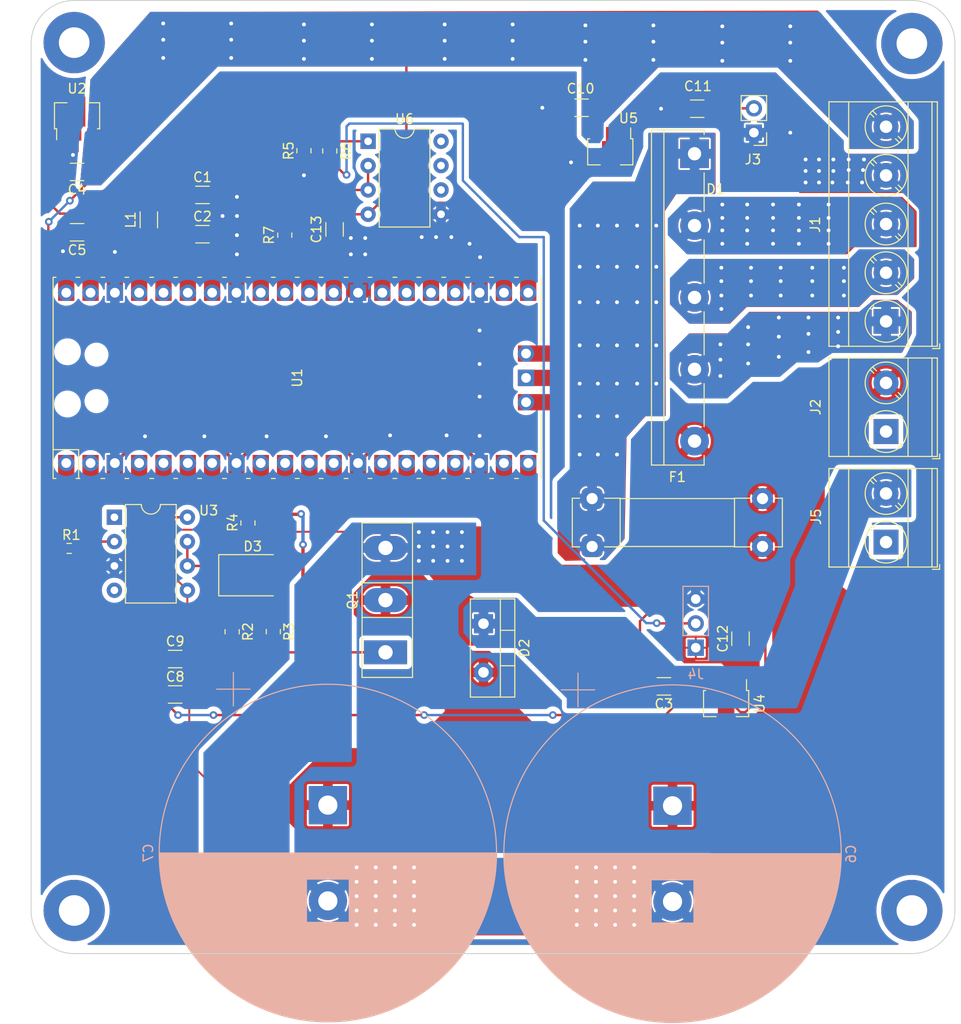
<source format=kicad_pcb>
(kicad_pcb (version 20211014) (generator pcbnew)
  (layers (0 "F.Cu" signal) (31 "B.Cu" signal) (34 "B.Paste" user) (35 "F.Paste" user) (36 "B.SilkS" user "B.Silkscreen") (37 "F.SilkS" user "F.Silkscreen") (38 "B.Mask" user) (39 "F.Mask" user) (44 "Edge.Cuts" user))
  (net 0 "")
  (net 1 "+3.3VA")
  (net 2 "GND")
  (net 3 "VCC")
  (net 4 "+3.3V")
  (net 5 "A+")
  (net 6 "REC_-")
  (net 7 "+12V")
  (net 8 "+5V")
  (net 9 "AC_c")
  (net 10 "AC_b")
  (net 11 "AC_a")
  (net 12 "A-")
  (net 13 "Net-(D3-Pad1)")
  (net 14 "Net-(D3-Pad2)")
  (net 15 "CSENSE")
  (net 16 "GATE")
  (net 17 "PWM")
  (net 18 "Net-(R1-Pad2)")
  (net 19 "Net-(R5-Pad2)")
  (net 20 "Net-(R7-Pad1)")
  (net 21 "C_ADC")
  (net 54 "C")
  (net 56 "REC_+")
  (footprint "Capacitor_SMD:C_1206_3216Metric" (layer "F.Cu") (at 120.05 111.45)
    (fp_text reference "C8")
    (fp_text value "0.01uF" hide)
  )
  (footprint "MountingHole:MountingHole_3.2mm_M3_Pad" (layer "F.Cu") (at 197 134)
    (fp_text reference "H3" hide)
    (fp_text value "MountingHole" hide)
  )
  (footprint "Capacitor_SMD:C_1206_3216Metric" (layer "F.Cu") (at 109.8 56.9 180)
    (fp_text reference "C4")
    (fp_text value "0.33uF")
  )
  (footprint "Resistor_SMD:R_0805_2012Metric" (layer "F.Cu") (at 127.65 93.55 -90)
    (fp_text reference "R4")
    (fp_text value "22R" hide)
  )
  (footprint "MountingHole:MountingHole_3.2mm_M3_Pad" (layer "F.Cu") (at 197 43.5)
    (fp_text reference "H2" hide)
    (fp_text value "MountingHole")
  )
  (footprint "Resistor_SMD:R_0805_2012Metric" (layer "F.Cu") (at 133.5 54.6875 -90)
    (fp_text reference "R6")
    (fp_text value "39kR")
  )
  (footprint "MCU_RaspberryPi_and_Boards:RPi_Pico_SMD_TH" (layer "F.Cu") (at 132.8 78.4 90)
    (fp_text reference "U1")
    (fp_text value "Pico")
  )
  (footprint "Capacitor_SMD:C_1206_3216Metric" (layer "F.Cu") (at 162.5 50.2 180)
    (fp_text reference "C10")
    (fp_text value "0.33uF")
  )
  (footprint "Capacitor_SMD:C_1206_3216Metric" (layer "F.Cu") (at 179.1 105.625 90)
    (fp_text reference "C12")
    (fp_text value "0.1uF" hide)
  )
  (footprint "Package_TO_SOT_THT:TO-247-3_Vertical" (layer "F.Cu") (at 142.02 107.05 90)
    (fp_text reference "Q1")
    (fp_text value "IRG4PF50W")
  )
  (footprint "Fuse:Fuseholder_Clip-5x20mm_Bel_FC-203-22_Lateral_P17.80x5.00mm_D1.17mm_Horizontal" (layer "F.Cu") (at 163.6 91)
    (fp_text reference "F1")
    (fp_text value "Fuse")
  )
  (footprint "Resistor_SMD:R_0805_2012Metric" (layer "F.Cu") (at 136.2 54.7125 90)
    (fp_text reference "R5")
    (fp_text value "22kR")
  )
  (footprint "Package_TO_SOT_SMD:SOT-89-3" (layer "F.Cu") (at 109.8 51.3375 90)
    (fp_text reference "U2")
    (fp_text value "L78L33_SOT89")
  )
  (footprint "Package_DIP:DIP-8_W7.62mm" (layer "F.Cu") (at 140.2 53.7)
    (fp_text reference "U6")
    (fp_text value "LM358")
  )
  (footprint "TerminalBlock_Phoenix:TerminalBlock_Phoenix_MKDS-3-2-5.08_1x02_P5.08mm_Horizontal" (layer "F.Cu") (at 194.3 95.545 90)
    (fp_text reference "J5")
    (fp_text value "Screw_Terminal_01x02")
  )
  (footprint "TerminalBlock_Phoenix:TerminalBlock_Phoenix_MKDS-3-2-5.08_1x02_P5.08mm_Horizontal" (layer "F.Cu") (at 194.3 84 90)
    (fp_text reference "J2")
    (fp_text value "Screw_Terminal_01x02")
  )
  (footprint "Capacitor_SMD:C_1206_3216Metric" (layer "F.Cu") (at 136.7 62.9 -90)
    (fp_text reference "C13")
    (fp_text value "0.01uF")
  )
  (footprint "Package_TO_SOT_THT:TO-220-2_Vertical" (layer "F.Cu") (at 152.255 104.06 -90)
    (fp_text reference "D2")
    (fp_text value "DIODE")
  )
  (footprint "TerminalBlock_Phoenix:TerminalBlock_Phoenix_MKDS-3-5-5.08_1x05_P5.08mm_Horizontal" (layer "F.Cu") (at 194.3 72.5 90)
    (fp_text reference "J1")
    (fp_text value "Screw_Terminal_01x05")
  )
  (footprint "Capacitor_SMD:C_1206_3216Metric" (layer "F.Cu") (at 174.575 50.3 180)
    (fp_text reference "C11")
    (fp_text value "0.1uF")
  )
  (footprint "Diode_SMD:D_SMB" (layer "F.Cu") (at 128.15 99)
    (fp_text reference "D3")
    (fp_text value "1N4148")
  )
  (footprint "MountingHole:MountingHole_3.2mm_M3_Pad" (layer "F.Cu") (at 109.5 43.4)
    (fp_text reference "H1" hide)
    (fp_text value "MountingHole")
  )
  (footprint "Diode_THT:Diode_Bridge_IXYS_GUFP" (layer "F.Cu") (at 174.3 55)
    (fp_text reference "D1")
    (fp_text value "GUO40-12NO1")
  )
  (footprint "Capacitor_SMD:C_1206_3216Metric" (layer "F.Cu") (at 122.9 59.3)
    (fp_text reference "C1")
    (fp_text value "1uF")
  )
  (footprint "Package_TO_SOT_SMD:SOT-89-3" (layer "F.Cu") (at 165.5 54.5 -90)
    (fp_text reference "U5")
    (fp_text value "L78L12_SOT89")
  )
  (footprint "Resistor_SMD:R_0805_2012Metric" (layer "F.Cu") (at 130.3 104.8875 -90)
    (fp_text reference "R3")
    (fp_text value "220R" hide)
  )
  (footprint "Capacitor_SMD:C_1206_3216Metric" (layer "F.Cu") (at 122.9 63.4)
    (fp_text reference "C2")
    (fp_text value "0.1uF")
  )
  (footprint "Capacitor_SMD:C_1206_3216Metric" (layer "F.Cu") (at 109.8 63.2 180)
    (fp_text reference "C5")
    (fp_text value "0.1uF")
  )
  (footprint "Inductor_SMD:L_1206_3216Metric" (layer "F.Cu") (at 117.3 61.9 90)
    (fp_text reference "L1")
    (fp_text value "27n")
  )
  (footprint "Resistor_SMD:R_0805_2012Metric" (layer "F.Cu") (at 131.5 63.5 90)
    (fp_text reference "R7")
    (fp_text value "440")
  )
  (footprint "Capacitor_SMD:C_1206_3216Metric" (layer "F.Cu") (at 171.1 110.6 180)
    (fp_text reference "C3")
    (fp_text value "0.33uF" hide)
  )
  (footprint "Package_DIP:DIP-8_W7.62mm" (layer "F.Cu") (at 113.7 92.95)
    (fp_text reference "U3")
    (fp_text value "HCPL-3120")
  )
  (footprint "Package_TO_SOT_SMD:SOT-89-3" (layer "F.Cu") (at 177.6 112.1 -90)
    (fp_text reference "U4")
    (fp_text value "L78L05_SOT89")
  )
  (footprint "Resistor_SMD:R_0805_2012Metric" (layer "F.Cu") (at 126 104.9 -90)
    (fp_text reference "R2")
    (fp_text value "220R" hide)
  )
  (footprint "Capacitor_SMD:C_1206_3216Metric" (layer "F.Cu") (at 120.05 107.75)
    (fp_text reference "C9")
    (fp_text value "0.1uF" hide)
  )
  (footprint "Resistor_SMD:R_0603_1608Metric" (layer "F.Cu") (at 108.975 96.2)
    (fp_text reference "R1")
    (fp_text value "220" hide)
  )
  (footprint "Connector_PinHeader_2.54mm:PinHeader_1x02_P2.54mm_Vertical" (layer "F.Cu") (at 180.5 52.8 180)
    (fp_text reference "J3")
    (fp_text value "Conn_01x02_Female")
  )
  (footprint "MountingHole:MountingHole_3.2mm_M3_Pad" (layer "F.Cu") (at 109.5 134)
    (fp_text reference "H4" hide)
    (fp_text value "MountingHole" hide)
  )
  (footprint "Capacitor_THT:CP_Radial_D35.0mm_P10.00mm_SnapIn" (layer "B.Cu") (at 172 123.069501 -90)
    (fp_text reference "C6")
    (fp_text value "470u")
  )
  (footprint "Connector_PinSocket_2.54mm:PinSocket_1x03_P2.54mm_Vertical" (layer "B.Cu") (at 174.425 106.57)
    (fp_text reference "J4")
    (fp_text value "Conn_01x03_Female" hide)
  )
  (footprint "Capacitor_THT:CP_Radial_D35.0mm_P10.00mm_SnapIn" (layer "B.Cu") (at 136 123 -90)
    (fp_text reference "C7")
    (fp_text value "470u")
  )
  (gr_line (start 197 39) (end 109.5 39) (layer "Edge.Cuts") (width 0.1))
  (gr_line (start 105 43.5) (end 105 134) (layer "Edge.Cuts") (width 0.1))
  (gr_arc (start 105 43.5) (mid 106.318019 40.318019) (end 109.5 39) (layer "Edge.Cuts") (width 0.1))
  (gr_line (start 109.5 138.5) (end 197 138.5) (layer "Edge.Cuts") (width 0.1))
  (gr_line (start 201.5 134) (end 201.5 43.5) (layer "Edge.Cuts") (width 0.1))
  (gr_arc (start 197 39) (mid 200.181981 40.318019) (end 201.5 43.5) (layer "Edge.Cuts") (width 0.1))
  (gr_arc (start 109.5 138.5) (mid 106.318019 137.181981) (end 105 134) (layer "Edge.Cuts") (width 0.1))
  (gr_arc (start 201.5 134) (mid 200.181981 137.181981) (end 197 138.5) (layer "Edge.Cuts") (width 0.1))
  (segment (start 121.425 63.4) (end 121.425 69.455) (width 0.25) (layer "F.Cu") (net 1))
  (segment (start 121.425 59.3) (end 121.425 63.4) (width 0.25) (layer "F.Cu") (net 1))
  (segment (start 121.35 63.475) (end 121.425 63.4) (width 0.25) (layer "F.Cu") (net 1))
  (segment (start 117.3 63.475) (end 121.35 63.475) (width 0.25) (layer "F.Cu") (net 1))
  (segment (start 121.425 69.455) (end 121.37 69.51) (width 0.25) (layer "F.Cu") (net 1))
  (segment (start 139.15 87.29) (end 142.04 84.4) (width 0.35) (layer "F.Cu") (net 2))
  (segment (start 179.1 113.3) (end 179.6 113.3) (width 0.25) (layer "F.Cu") (net 2))
  (segment (start 165.5 52.9375) (end 165.5 55.8) (width 0.35) (layer "F.Cu") (net 2))
  (segment (start 108.325 63.2) (end 108.325 65.175) (width 0.35) (layer "F.Cu") (net 2))
  (segment (start 136.36 84.5) (end 139.15 87.29) (width 0.35) (layer "F.Cu") (net 2))
  (segment (start 151.85 84.45) (end 151.85 80.35) (width 0.35) (layer "F.Cu") (net 2))
  (segment (start 129.6 84.5) (end 135.8 84.5) (width 0.35) (layer "F.Cu") (net 2))
  (segment (start 179.1 104.15) (end 176.44 101.49) (width 0.25) (layer "F.Cu") (net 2))
  (segment (start 168.6 103.8) (end 170.91 101.49) (width 0.25) (layer "F.Cu") (net 2))
  (segment (start 165.5 55.8) (end 165.4 55.9) (width 0.35) (layer "F.Cu") (net 2))
  (segment (start 181.7 104.9) (end 180.95 104.15) (width 0.25) (layer "F.Cu") (net 2))
  (segment (start 116.54 84.5) (end 116.9 84.5) (width 0.35) (layer "F.Cu") (net 2))
  (segment (start 168.6 109.575) (end 168.6 103.8) (width 0.25) (layer "F.Cu") (net 2))
  (segment (start 177.6 110.5375) (end 177.6 111.8) (width 0.25) (layer "F.Cu") (net 2))
  (segment (start 128.75 57.25) (end 126.5 59.5) (width 0.35) (layer "F.Cu") (net 2))
  (segment (start 116.9 84.5) (end 123.1 84.5) (width 0.35) (layer "F.Cu") (net 2))
  (segment (start 180.95 104.15) (end 179.1 104.15) (width 0.25) (layer "F.Cu") (net 2))
  (segment (start 126.45 87.29) (end 129.24 84.5) (width 0.35) (layer "F.Cu") (net 2))
  (segment (start 177.6 111.8) (end 179.1 113.3) (width 0.25) (layer "F.Cu") (net 2))
  (segment (start 109.375 55.125) (end 109.8 54.7) (width 0.35) (layer "F.Cu") (net 2))
  (segment (start 108.325 56.175) (end 109.375 55.125) (width 0.35) (layer "F.Cu") (net 2))
  (segment (start 151.85 76.95) (end 151.85 73.45) (width 0.35) (layer "F.Cu") (net 2))
  (segment (start 148.4 84.4) (end 148.96 84.4) (width 0.35) (layer "F.Cu") (net 2))
  (segment (start 135.8 84.5) (end 136.36 84.5) (width 0.35) (layer "F.Cu") (net 2))
  (segment (start 123.1 84.5) (end 123.66 84.5) (width 0.35) (layer "F.Cu") (net 2))
  (segment (start 142.04 84.4) (end 142.5 84.4) (width 0.35) (layer "F.Cu") (net 2))
  (segment (start 151.85 80.35) (end 151.85 76.95) (width 0.35) (layer "F.Cu") (net 2))
  (segment (start 176.44 101.49) (end 174.425 101.49) (width 0.25) (layer "F.Cu") (net 2))
  (segment (start 180.5 52.8) (end 184.3 52.8) (width 0.35) (layer "F.Cu") (net 2))
  (segment (start 113.75 69.51) (end 113.75 65.25) (width 0.35) (layer "F.Cu") (net 2))
  (segment (start 181.7 111.2) (end 181.7 104.9) (width 0.25) (layer "F.Cu") (net 2))
  (segment (start 151.85 73.45) (end 151.85 69.51) (width 0.35) (layer "F.Cu") (net 2))
  (segment (start 170.91 101.49) (end 174.425 101.49) (width 0.25) (layer "F.Cu") (net 2))
  (segment (start 161.025 50.2) (end 158.4 50.2) (width 0.35) (layer "F.Cu") (net 2))
  (segment (start 113.75 87.29) (end 116.54 84.5) (width 0.35) (layer "F.Cu") (net 2))
  (segment (start 123.66 84.5) (end 126.45 87.29) (width 0.35) (layer "F.Cu") (net 2))
  (segment (start 179.6 113.3) (end 181.7 111.2) (width 0.25) (layer "F.Cu") (net 2))
  (segment (start 108.325 56.9) (end 108.325 56.175) (width 0.35) (layer "F.Cu") (net 2))
  (segment (start 151.85 87.29) (end 151.85 84.45) (width 0.35) (layer "F.Cu") (net 2))
  (segment (start 129.24 84.5) (end 129.6 84.5) (width 0.35) (layer "F.Cu") (net 2))
  (segment (start 142.5 84.4) (end 148.4 84.4) (width 0.35) (layer "F.Cu") (net 2))
  (segment (start 169.625 110.6) (end 168.6 109.575) (width 0.25) (layer "F.Cu") (net 2))
  (segment (start 148.96 84.4) (end 151.85 87.29) (width 0.35) (layer "F.Cu") (net 2))
  (segment (start 133.5 55.6) (end 133.5 57.25) (width 0.25) (layer "F.Cu") (net 2))
  (segment (start 165.4 55.9) (end 161.4 55.9) (width 0.35) (layer "F.Cu") (net 2))
  (segment (start 109.8 54.7) (end 109.8 52.9) (width 0.35) (layer "F.Cu") (net 2))
  (segment (start 173.1 50.3) (end 170.8 50.3) (width 0.35) (layer "F.Cu") (net 2))
  (segment (start 133.5 57.25) (end 128.75 57.25) (width 0.35) (layer "F.Cu") (net 2))
  (via (at 151.85 84.45) (size 0.8) (drill 0.4) (layers "F.Cu" "B.Cu") (net 2))
  (via (at 185.9 56.8) (size 0.8) (drill 0.4) (layers "F.Cu" "B.Cu") (net 2))
  (via (at 148.4 84.4) (size 0.8) (drill 0.4) (layers "F.Cu" "B.Cu") (net 2))
  (via (at 191.8 58) (size 0.8) (drill 0.4) (layers "F.Cu" "B.Cu") (net 2))
  (via (at 126.5 59.5) (size 0.8) (drill 0.4) (layers "F.Cu" "B.Cu") (net 2))
  (via (at 145.8 63.7) (size 0.8) (drill 0.4) (layers "F.Cu" "B.Cu") (net 2))
  (via (at 188.8 55.6) (size 0.8) (drill 0.4) (layers "F.Cu" "B.Cu") (net 2))
  (via (at 151.85 80.35) (size 0.8) (drill 0.4) (layers "F.Cu" "B.Cu") (net 2))
  (via (at 135.8 84.5) (size 0.8) (drill 0.4) (layers "F.Cu" "B.Cu") (net 2))
  (via (at 185.9 58) (size 0.8) (drill 0.4) (layers "F.Cu" "B.Cu") (net 2))
  (via (at 133.5 57.25) (size 0.8) (drill 0.4) (layers "F.Cu" "B.Cu") (net 2))
  (via (at 161.4 55.9) (size 0.8) (drill 0.4) (layers "F.Cu" "B.Cu") (net 2))
  (via (at 187.3 58) (size 0.8) (drill 0.4) (layers "F.Cu" "B.Cu") (net 2))
  (via (at 148.9 63.7) (size 0.8) (drill 0.4) (layers "F.Cu" "B.Cu") (net 2))
  (via (at 129.6 84.5) (size 0.8) (drill 0.4) (layers "F.Cu" "B.Cu") (net 2))
  (via (at 190.4 56.7) (size 0.8) (drill 0.4) (layers "F.Cu" "B.Cu") (net 2))
  (via (at 126.5 63.5) (size 0.8) (drill 0.4) (layers "F.Cu" "B.Cu") (net 2))
  (via (at 108.325 65.175) (size 0.8) (drill 0.4) (layers "F.Cu" "B.Cu") (net 2))
  (via (at 151.85 76.95) (size 0.8) (drill 0.4) (layers "F.Cu" "B.Cu") (net 2))
  (via (at 126.5 65.5) (size 0.8) (drill 0.4) (layers "F.Cu" "B.Cu") (net 2))
  (via (at 126.5 61.5) (size 0.8) (drill 0.4) (layers "F.Cu" "B.Cu") (net 2))
  (via (at 147.3 63.7) (size 0.8) (drill 0.4) (layers "F.Cu" "B.Cu") (net 2))
  (via (at 158.4 50.2) (size 0.8) (drill 0.4) (layers "F.Cu" "B.Cu") (net 2))
  (via (at 151.9 65.8) (size 0.8) (drill 0.4) (layers "F.Cu" "B.Cu") (net 2))
  (via (at 109.375 55.125) (size 0.8) (drill 0.4) (layers "F.Cu" "B.Cu") (net 2))
  (via (at 139.9 65.5) (size 0.8) (drill 0.4) (layers "F.Cu" "B.Cu") (net 2))
  (via (at 190.4 55.6) (size 0.8) (drill 0.4) (layers "F.Cu" "B.Cu") (net 2))
  (via (at 170.8 50.3) (size 0.8) (drill 0.4) (layers "F.Cu" "B.Cu") (net 2))
  (via (at 125 61.5) (size 0.8) (drill 0.4) (layers "F.Cu" "B.Cu") (net 2))
  (via (at 190.3 58) (size 0.8) (drill 0.4) (layers "F.Cu" "B.Cu") (net 2))
  (via (at 142.5 84.4) (size 0.8) (drill 0.4) (layers "F.Cu" "B.Cu") (net 2))
  (via (at 150.8 64.4) (size 0.8) (drill 0.4) (layers "F.Cu" "B.Cu") (net 2))
  (via (at 113.75 65.25) (size 0.8) (drill 0.4) (layers "F.Cu" "B.Cu") (net 2))
  (via (at 191.9 56.7) (size 0.8) (drill 0.4) (layers "F.Cu" "B.Cu") (net 2))
  (via (at 116.9 84.5) (size 0.8) (drill 0.4) (layers "F.Cu" "B.Cu") (net 2))
  (via (at 185.9 55.6) (size 0.8) (drill 0.4) (layers "F.Cu" "B.Cu") (net 2))
  (via (at 138.4 65.5) (size 0.8) (drill 0.4) (layers "F.Cu" "B.Cu") (net 2))
  (via (at 151.85 73.45) (size 0.8) (drill 0.4) (layers "F.Cu" "B.Cu") (net 2))
  (via (at 138.4 63.8) (size 0.8) (drill 0.4) (layers "F.Cu" "B.Cu") (net 2))
  (via (at 184.3 52.8) (size 0.8) (drill 0.4) (layers "F.Cu" "B.Cu") (net 2))
  (via (at 123.1 84.5) (size 0.8) (drill 0.4) (layers "F.Cu" "B.Cu") (net 2))
  (via (at 187.3 55.6) (size 0.8) (drill 0.4) (layers "F.Cu" "B.Cu") (net 2))
  (via (at 187.3 56.8) (size 0.8) (drill 0.4) (layers "F.Cu" "B.Cu") (net 2))
  (via (at 188.7 58) (size 0.8) (drill 0.4) (layers "F.Cu" "B.Cu") (net 2))
  (via (at 192 55.6) (size 0.8) (drill 0.4) (layers "F.Cu" "B.Cu") (net 2))
  (via (at 139.9 63.8) (size 0.8) (drill 0.4) (layers "F.Cu" "B.Cu") (net 2))
  (via (at 188.8 56.8) (size 0.8) (drill 0.4) (layers "F.Cu" "B.Cu") (net 2))
  (segment (start 118.575 111.825) (end 118.575 111.45) (width 0.25) (layer "F.Cu") (net 3))
  (segment (start 144.2 57.32) (end 144.2 45.6) (width 0.25) (layer "F.Cu") (net 3))
  (segment (start 172.575 112.275) (end 171.55 113.3) (width 0.25) (layer "F.Cu") (net 3))
  (segment (start 118.6 104.85) (end 118.6 107.725) (width 0.25) (layer "F.Cu") (net 3))
  (segment (start 106.8 99.1) (end 106.8 62.15) (width 0.25) (layer "F.Cu") (net 3))
  (segment (start 136.7 61.425) (end 136.805 61.32) (width 0.25) (layer "F.Cu") (net 3))
  (segment (start 116.4 98.4) (end 118.4 100.4) (width 0.25) (layer "F.Cu") (net 3))
  (segment (start 109.05 59.9) (end 111.275 57.675) (width 0.25) (layer "F.Cu") (net 3))
  (segment (start 171.25 113.6) (end 159.5 113.6) (width 0.25) (layer "F.Cu") (net 3))
  (segment (start 118.4 100.4) (end 118.6 100.4) (width 0.25) (layer "F.Cu") (net 3))
  (segment (start 118.575 107.75) (end 118.575 111.45) (width 0.25) (layer "F.Cu") (net 3))
  (segment (start 112.55 104.85) (end 106.8 99.1) (width 0.25) (layer "F.Cu") (net 3))
  (segment (start 121.32 92.95) (end 118.55 92.95) (width 0.25) (layer "F.Cu") (net 3))
  (segment (start 118.6 100.4) (end 118.6 104.85) (width 0.25) (layer "F.Cu") (net 3))
  (segment (start 172.575 110.6) (end 172.575 112.275) (width 0.25) (layer "F.Cu") (net 3))
  (segment (start 106.8 62.15) (end 106.85 62.1) (width 0.25) (layer "F.Cu") (net 3))
  (segment (start 146.05 113.6) (end 124.05 113.6) (width 0.25) (layer "F.Cu") (net 3))
  (segment (start 116.4 95.1) (end 116.4 98.4) (width 0.25) (layer "F.Cu") (net 3))
  (segment (start 120.35 113.6) (end 118.575 111.825) (width 0.25) (layer "F.Cu") (net 3))
  (segment (start 111.275 57.675) (end 111.275 56.9) (width 0.25) (layer "F.Cu") (net 3))
  (segment (start 171.55 113.3) (end 171.25 113.6) (width 0.25) (layer "F.Cu") (net 3))
  (segment (start 118.55 92.95) (end 116.4 95.1) (width 0.25) (layer "F.Cu") (net 3))
  (segment (start 118.6 107.725) (end 118.575 107.75) (width 0.25) (layer "F.Cu") (net 3))
  (segment (start 136.805 61.32) (end 140.2 61.32) (width 0.25) (layer "F.Cu") (net 3))
  (segment (start 118.6 104.85) (end 112.55 104.85) (width 0.25) (layer "F.Cu") (net 3))
  (segment (start 140.2 61.32) (end 144.2 57.32) (width 0.25) (layer "F.Cu") (net 3))
  (via (at 162.9 43.3) (size 0.8) (drill 0.4) (layers "F.Cu" "B.Cu") (net 3))
  (via (at 106.85 62.1) (size 0.8) (drill 0.4) (layers "F.Cu" "B.Cu") (net 3))
  (via (at 125.9 41.4) (size 0.8) (drill 0.4) (layers "F.Cu" "B.Cu") (net 3))
  (via (at 118.8 45) (size 0.8) (drill 0.4) (layers "F.Cu" "B.Cu") (net 3))
  (via (at 170 43.3) (size 0.8) (drill 0.4) (layers "F.Cu" "B.Cu") (net 3))
  (via (at 124.05 113.6) (size 0.8) (drill 0.4) (layers "F.Cu" "B.Cu") (net 3))
  (via (at 140.6 41.5) (size 0.8) (drill 0.4) (layers "F.Cu" "B.Cu") (net 3))
  (via (at 125.9 43.1) (size 0.8) (drill 0.4) (layers "F.Cu" "B.Cu") (net 3))
  (via (at 155.3 43.2) (size 0.8) (drill 0.4) (layers "F.Cu" "B.Cu") (net 3))
  (via (at 140.6 45.1) (size 0.8) (drill 0.4) (layers "F.Cu" "B.Cu") (net 3))
  (via (at 133.5 43.2) (size 0.8) (drill 0.4) (layers "F.Cu" "B.Cu") (net 3))
  (via (at 159.5 113.6) (size 0.8) (drill 0.4) (layers "F.Cu" "B.Cu") (net 3))
  (via (at 162.9 41.6) (size 0.8) (drill 0.4) (layers "F.Cu" "B.Cu") (net 3))
  (via (at 118.8 43.1) (size 0.8) (drill 0.4) (layers "F.Cu" "B.Cu") (net 3))
  (via (at 170 41.6) (size 0.8) (drill 0.4) (layers "F.Cu" "B.Cu") (net 3))
  (via (at 184.3 41.7) (size 0.8) (drill 0.4) (layers "F.Cu" "B.Cu") (net 3))
  (via (at 148.2 41.5) (size 0.8) (drill 0.4) (layers "F.Cu" "B.Cu") (net 3))
  (via (at 184.3 43.4) (size 0.8) (drill 0.4) (layers "F.Cu" "B.Cu") (net 3))
  (via (at 155.3 41.5) (size 0.8) (drill 0.4) (layers "F.Cu" "B.Cu") (net 3))
  (via (at 177.2 41.7) (size 0.8) (drill 0.4) (layers "F.Cu" "B.Cu") (net 3))
  (via (at 140.6 43.2) (size 0.8) (drill 0.4) (layers "F.Cu" "B.Cu") (net 3))
  (via (at 184.3 45.3) (size 0.8) (drill 0.4) (layers "F.Cu" "B.Cu") (net 3))
  (via (at 118.8 41.4) (size 0.8) (drill 0.4) (layers "F.Cu" "B.Cu") (net 3))
  (via (at 148.2 45.1) (size 0.8) (drill 0.4) (layers "F.Cu" "B.Cu") (net 3))
  (via (at 177.2 43.4) (size 0.8) (drill 0.4) (layers "F.Cu" "B.Cu") (net 3))
  (via (at 133.5 45.1) (size 0.8) (drill 0.4) (layers "F.Cu" "B.Cu") (net 3))
  (via (at 177.2 45.3) (size 0.8) (drill 0.4) (layers "F.Cu" "B.Cu") (net 3))
  (via (at 146.05 113.6) (size 0.8) (drill 0.4) (layers "F.Cu" "B.Cu") (net 3))
  (via (at 120.35 113.6) (size 0.8) (drill 0.4) (layers "F.Cu" "B.Cu") (net 3))
  (via (at 109.05 59.9) (size 0.8) (drill 0.4) (layers "F.Cu" "B.Cu") (net 3))
  (via (at 155.3 45.1) (size 0.8) (drill 0.4) (layers "F.Cu" "B.Cu") (net 3))
  (via (at 148.2 43.2) (size 0.8) (drill 0.4) (layers "F.Cu" "B.Cu") (net 3))
  (via (at 125.9 45) (size 0.8) (drill 0.4) (layers "F.Cu" "B.Cu") (net 3))
  (via (at 170 45.2) (size 0.8) (drill 0.4) (layers "F.Cu" "B.Cu") (net 3))
  (via (at 162.9 45.2) (size 0.8) (drill 0.4) (layers "F.Cu" "B.Cu") (net 3))
  (via (at 133.5 41.5) (size 0.8) (drill 0.4) (layers "F.Cu" "B.Cu") (net 3))
  (segment (start 159.5 113.6) (end 146.05 113.6) (width 0.25) (layer "B.Cu") (net 3))
  (segment (start 106.85 62.1) (end 109.05 59.9) (width 0.25) (layer "B.Cu") (net 3))
  (segment (start 124.05 113.6) (end 120.35 113.6) (width 0.25) (layer "B.Cu") (net 3))
  (segment (start 108 61.25) (end 111.05 61.25) (width 0.25) (layer "F.Cu") (net 4))
  (segment (start 111.21 69.51) (end 111.21 63.265) (width 0.25) (layer "F.Cu") (net 4))
  (segment (start 108.3 54.2) (end 106.95 55.55) (width 0.25) (layer "F.Cu") (net 4))
  (segment (start 108.3 52.9875) (end 108.3 54.2) (width 0.25) (layer "F.Cu") (net 4))
  (segment (start 106.95 55.55) (end 106.95 60.2) (width 0.25) (layer "F.Cu") (net 4))
  (segment (start 111.21 63.265) (end 111.275 63.2) (width 0.25) (layer "F.Cu") (net 4))
  (segment (start 117.3 60.325) (end 114.15 60.325) (width 0.25) (layer "F.Cu") (net 4))
  (segment (start 111.275 61.475) (end 111.275 63.2) (width 0.25) (layer "F.Cu") (net 4))
  (segment (start 114.15 60.325) (end 111.275 63.2) (width 0.25) (layer "F.Cu") (net 4))
  (segment (start 111.05 61.25) (end 111.275 61.475) (width 0.25) (layer "F.Cu") (net 4))
  (segment (start 106.95 60.2) (end 108 61.25) (width 0.25) (layer "F.Cu") (net 4))
  (segment (start 121.525 118.525) (end 136 133) (width 0.2) (layer "F.Cu") (net 6))
  (segment (start 127.65 94.4625) (end 137.6625 94.4625) (width 0.2) (layer "F.Cu") (net 6))
  (segment (start 119 98.25) (end 119 95.05) (width 0.2) (layer "F.Cu") (net 6))
  (segment (start 127.4375 94.25) (end 127.65 94.4625) (width 0.2) (layer "F.Cu") (net 6))
  (segment (start 119 95.05) (end 119.8 94.25) (width 0.2) (layer "F.Cu") (net 6))
  (segment (start 121.525 111.45) (end 121.525 118.525) (width 0.2) (layer "F.Cu") (net 6))
  (segment (start 137.6625 94.4625) (end 139.35 96.15) (width 0.2) (layer "F.Cu") (net 6))
  (segment (start 139.35 96.15) (end 142.02 96.15) (width 0.2) (layer "F.Cu") (net 6))
  (segment (start 121.32 107.545) (end 121.32 100.57) (width 0.2) (layer "F.Cu") (net 6))
  (segment (start 121.32 100.57) (end 119 98.25) (width 0.2) (layer "F.Cu") (net 6))
  (segment (start 119.8 94.25) (end 127.4375 94.25) (width 0.2) (layer "F.Cu") (net 6))
  (segment (start 121.525 107.75) (end 121.32 107.545) (width 0.2) (layer "F.Cu") (net 6))
  (segment (start 121.525 111.45) (end 121.525 107.75) (width 0.2) (layer "F.Cu") (net 6))
  (via (at 166 129.5) (size 0.8) (drill 0.4) (layers "F.Cu" "B.Cu") (net 6))
  (via (at 143 132.5) (size 0.8) (drill 0.4) (layers "F.Cu" "B.Cu") (net 6))
  (via (at 162 132.5) (size 0.8) (drill 0.4) (layers "F.Cu" "B.Cu") (net 6))
  (via (at 145 132.5) (size 0.8) (drill 0.4) (layers "F.Cu" "B.Cu") (net 6))
  (via (at 164 132.5) (size 0.8) (drill 0.4) (layers "F.Cu" "B.Cu") (net 6))
  (via (at 150 97.5) (size 0.8) (drill 0.4) (layers "F.Cu" "B.Cu") (net 6))
  (via (at 145.5 96) (size 0.8) (drill 0.4) (layers "F.Cu" "B.Cu") (net 6))
  (via (at 141 131) (size 0.8) (drill 0.4) (layers "F.Cu" "B.Cu") (net 6))
  (via (at 164 135.5) (size 0.8) (drill 0.4) (layers "F.Cu" "B.Cu") (net 6))
  (via (at 166 132.5) (size 0.8) (drill 0.4) (layers "F.Cu" "B.Cu") (net 6))
  (via (at 139 129.5) (size 0.8) (drill 0.4) (layers "F.Cu" "B.Cu") (net 6))
  (via (at 168 132.5) (size 0.8) (drill 0.4) (layers "F.Cu" "B.Cu") (net 6))
  (via (at 147 96) (size 0.8) (drill 0.4) (layers "F.Cu" "B.Cu") (net 6))
  (via (at 168 134) (size 0.8) (drill 0.4) (layers "F.Cu" "B.Cu") (net 6))
  (via (at 141 134) (size 0.8) (drill 0.4) (layers "F.Cu" "B.Cu") (net 6))
  (via (at 162 135.5) (size 0.8) (drill 0.4) (layers "F.Cu" "B.Cu") (net 6))
  (via (at 164 134) (size 0.8) (drill 0.4) (layers "F.Cu" "B.Cu") (net 6))
  (via (at 143 135.5) (size 0.8) (drill 0.4) (layers "F.Cu" "B.Cu") (net 6))
  (via (at 166 135.5) (size 0.8) (drill 0.4) (layers "F.Cu" "B.Cu") (net 6))
  (via (at 141 135.5) (size 0.8) (drill 0.4) (layers "F.Cu" "B.Cu") (net 6))
  (via (at 139 132.5) (size 0.8) (drill 0.4) (layers "F.Cu" "B.Cu") (net 6))
  (via (at 162 131) (size 0.8) (drill 0.4) (layers "F.Cu" "B.Cu") (net 6))
  (via (at 162 134) (size 0.8) (drill 0.4) (layers "F.Cu" "B.Cu") (net 6))
  (via (at 145 134) (size 0.8) (drill 0.4) (layers "F.Cu" "B.Cu") (net 6))
  (via (at 150 96) (size 0.8) (drill 0.4) (layers "F.Cu" "B.Cu") (net 6))
  (via (at 147 94.5) (size 0.8) (drill 0.4) (layers "F.Cu" "B.Cu") (net 6))
  (via (at 143 129.5) (size 0.8) (drill 0.4) (layers "F.Cu" "B.Cu") (net 6))
  (via (at 141 129.5) (size 0.8) (drill 0.4) (layers "F.Cu" "B.Cu") (net 6))
  (via (at 139 131) (size 0.8) (drill 0.4) (layers "F.Cu" "B.Cu") (net 6))
  (via (at 166 134) (size 0.8) (drill 0.4) (layers "F.Cu" "B.Cu") (net 6))
  (via (at 150 94.5) (size 0.8) (drill 0.4) (layers "F.Cu" "B.Cu") (net 6))
  (via (at 147 97.5) (size 0.8) (drill 0.4) (layers "F.Cu" "B.Cu") (net 6))
  (via (at 143 131) (size 0.8) (drill 0.4) (layers "F.Cu" "B.Cu") (net 6))
  (via (at 166 131) (size 0.8) (drill 0.4) (layers "F.Cu" "B.Cu") (net 6))
  (via (at 164 129.5) (size 0.8) (drill 0.4) (layers "F.Cu" "B.Cu") (net 6))
  (via (at 148.5 94.5) (size 0.8) (drill 0.4) (layers "F.Cu" "B.Cu") (net 6))
  (via (at 145 131) (size 0.8) (drill 0.4) (layers "F.Cu" "B.Cu") (net 6))
  (via (at 148.5 97.5) (size 0.8) (drill 0.4) (layers "F.Cu" "B.Cu") (net 6))
  (via (at 145 129.5) (size 0.8) (drill 0.4) (layers "F.Cu" "B.Cu") (net 6))
  (via (at 145.5 94.5) (size 0.8) (drill 0.4) (layers "F.Cu" "B.Cu") (net 6))
  (via (at 139 134) (size 0.8) (drill 0.4) (layers "F.Cu" "B.Cu") (net 6))
  (via (at 139 135.5) (size 0.8) (drill 0.4) (layers "F.Cu" "B.Cu") (net 6))
  (via (at 168 135.5) (size 0.8) (drill 0.4) (layers "F.Cu" "B.Cu") (net 6))
  (via (at 162 129.5) (size 0.8) (drill 0.4) (layers "F.Cu" "B.Cu") (net 6))
  (via (at 148.5 96) (size 0.8) (drill 0.4) (layers "F.Cu" "B.Cu") (net 6))
  (via (at 143 134) (size 0.8) (drill 0.4) (layers "F.Cu" "B.Cu") (net 6))
  (via (at 168 131) (size 0.8) (drill 0.4) (layers "F.Cu" "B.Cu") (net 6))
  (via (at 145.5 97.5) (size 0.8) (drill 0.4) (layers "F.Cu" "B.Cu") (net 6))
  (via (at 145 135.5) (size 0.8) (drill 0.4) (layers "F.Cu" "B.Cu") (net 6))
  (via (at 164 131) (size 0.8) (drill 0.4) (layers "F.Cu" "B.Cu") (net 6))
  (via (at 141 132.5) (size 0.8) (drill 0.4) (layers "F.Cu" "B.Cu") (net 6))
  (via (at 168 129.5) (size 0.8) (drill 0.4) (layers "F.Cu" "B.Cu") (net 6))
  (segment (start 170.5 47.45) (end 175.25 47.45) (width 0.25) (layer "F.Cu") (net 7))
  (segment (start 176.09 50.26) (end 180.5 50.26) (width 0.25) (layer "F.Cu") (net 7))
  (segment (start 167 50.95) (end 170.5 47.45) (width 0.25) (layer "F.Cu") (net 7))
  (segment (start 167 52.85) (end 167 50.95) (width 0.25) (layer "F.Cu") (net 7))
  (segment (start 176.05 48.25) (end 176.05 50.3) (width 0.25) (layer "F.Cu") (net 7))
  (segment (start 175.25 47.45) (end 176.05 48.25) (width 0.25) (layer "F.Cu") (net 7))
  (segment (start 176.05 50.3) (end 176.09 50.26) (width 0.25) (layer "F.Cu") (net 7))
  (via (at 182.5 63) (size 0.8) (drill 0.4) (layers "F.Cu" "B.Cu") (net 9))
  (via (at 185.2 61.7) (size 0.8) (drill 0.4) (layers "F.Cu" "B.Cu") (net 9))
  (via (at 185.2 64.4) (size 0.8) (drill 0.4) (layers "F.Cu" "B.Cu") (net 9))
  (via (at 185.2 60.3) (size 0.8) (drill 0.4) (layers "F.Cu" "B.Cu") (net 9))
  (via (at 182.5 61.7) (size 0.8) (drill 0.4) (layers "F.Cu" "B.Cu") (net 9))
  (via (at 182.5 64.4) (size 0.8) (drill 0.4) (layers "F.Cu" "B.Cu") (net 9))
  (via (at 188.3 61.7) (size 0.8) (drill 0.4) (layers "F.Cu" "B.Cu") (net 9))
  (via (at 177.2 61.7) (size 0.8) (drill 0.4) (layers "F.Cu" "B.Cu") (net 9))
  (via (at 179.8 60.3) (size 0.8) (drill 0.4) (layers "F.Cu" "B.Cu") (net 9))
  (via (at 185.2 63) (size 0.8) (drill 0.4) (layers "F.Cu" "B.Cu") (net 9))
  (via (at 179.8 64.4) (size 0.8) (drill 0.4) (layers "F.Cu" "B.Cu") (net 9))
  (via (at 188.3 63) (size 0.8) (drill 0.4) (layers "F.Cu" "B.Cu") (net 9))
  (via (at 177.2 60.3) (size 0.8) (drill 0.4) (layers "F.Cu" "B.Cu") (net 9))
  (via (at 177.2 64.4) (size 0.8) (drill 0.4) (layers "F.Cu" "B.Cu") (net 9))
  (via (at 177.2 63) (size 0.8) (drill 0.4) (layers "F.Cu" "B.Cu") (net 9))
  (via (at 179.8 61.7) (size 0.8) (drill 0.4) (layers "F.Cu" "B.Cu") (net 9))
  (via (at 188.3 60.3) (size 0.8) (drill 0.4) (layers "F.Cu" "B.Cu") (net 9))
  (via (at 179.8 63) (size 0.8) (drill 0.4) (layers "F.Cu" "B.Cu") (net 9))
  (via (at 182.5 60.3) (size 0.8) (drill 0.4) (layers "F.Cu" "B.Cu") (net 9))
  (via (at 188.3 64.4) (size 0.8) (drill 0.4) (layers "F.Cu" "B.Cu") (net 9))
  (via (at 183.3 66.9) (size 0.8) (drill 0.4) (layers "F.Cu" "B.Cu") (net 10))
  (via (at 189.9 68.3) (size 0.8) (drill 0.4) (layers "F.Cu" "B.Cu") (net 10))
  (via (at 177.1 68.3) (size 0.8) (drill 0.4) (layers "F.Cu" "B.Cu") (net 10))
  (via (at 177.1 71.2) (size 0.8) (drill 0.4) (layers "F.Cu" "B.Cu") (net 10))
  (via (at 189.9 69.8) (size 0.8) (drill 0.4) (layers "F.Cu" "B.Cu") (net 10))
  (via (at 183.3 68.3) (size 0.8) (drill 0.4) (layers "F.Cu" "B.Cu") (net 10))
  (via (at 177.1 66.9) (size 0.8) (drill 0.4) (layers "F.Cu" "B.Cu") (net 10))
  (via (at 186.6 69.8) (size 0.8) (drill 0.4) (layers "F.Cu" "B.Cu") (net 10))
  (via (at 180.2 66.9) (size 0.8) (drill 0.4) (layers "F.Cu" "B.Cu") (net 10))
  (via (at 183.3 69.8) (size 0.8) (drill 0.4) (layers "F.Cu" "B.Cu") (net 10))
  (via (at 186.6 66.9) (size 0.8) (drill 0.4) (layers "F.Cu" "B.Cu") (net 10))
  (via (at 180.2 69.8) (size 0.8) (drill 0.4) (layers "F.Cu" "B.Cu") (net 10))
  (via (at 189.9 66.9) (size 0.8) (drill 0.4) (layers "F.Cu" "B.Cu") (net 10))
  (via (at 177.1 69.8) (size 0.8) (drill 0.4) (layers "F.Cu" "B.Cu") (net 10))
  (via (at 186.6 68.3) (size 0.8) (drill 0.4) (layers "F.Cu" "B.Cu") (net 10))
  (via (at 180.2 68.3) (size 0.8) (drill 0.4) (layers "F.Cu" "B.Cu") (net 10))
  (via (at 179.9 76.9) (size 0.8) (drill 0.4) (layers "F.Cu" "B.Cu") (net 11))
  (via (at 183.1 72.1) (size 0.8) (drill 0.4) (layers "F.Cu" "B.Cu") (net 11))
  (via (at 186.2 75.7) (size 0.8) (drill 0.4) (layers "F.Cu" "B.Cu") (net 11))
  (via (at 186.2 73.8) (size 0.8) (drill 0.4) (layers "F.Cu" "B.Cu") (net 11))
  (via (at 189.3 73.6) (size 0.8) (drill 0.4) (layers "F.Cu" "B.Cu") (net 11))
  (via (at 183.1 74.1) (size 0.8) (drill 0.4) (layers "F.Cu" "B.Cu") (net 11))
  (via (at 179.9 74.9) (size 0.8) (drill 0.4) (layers "F.Cu" "B.Cu") (net 11))
  (via (at 177 76.5) (size 0.8) (drill 0.4) (layers "F.Cu" "B.Cu") (net 11))
  (via (at 183.1 76.2) (size 0.8) (drill 0.4) (layers "F.Cu" "B.Cu") (net 11))
  (via (at 189.3 72.1) (size 0.8) (drill 0.4) (layers "F.Cu" "B.Cu") (net 11))
  (via (at 179.9 73.1) (size 0.8) (drill 0.4) (layers "F.Cu" "B.Cu") (net 11))
  (via (at 177 78.2) (size 0.8) (drill 0.4) (layers "F.Cu" "B.Cu") (net 11))
  (via (at 177 74.9) (size 0.8) (drill 0.4) (layers "F.Cu" "B.Cu") (net 11))
  (via (at 186.2 72.1) (size 0.8) (drill 0.4) (layers "F.Cu" "B.Cu") (net 11))
  (via (at 189.3 75.1) (size 0.8) (drill 0.4) (layers "F.Cu" "B.Cu") (net 11))
  (segment (start 125.03 98.03) (end 126 99) (width 0.25) (layer "F.Cu") (net 13))
  (segment (start 121.32 95.49) (end 121.32 98.03) (width 0.25) (layer "F.Cu") (net 13))
  (segment (start 126 99) (end 126 103.9875) (width 0.25) (layer "F.Cu") (net 13))
  (segment (start 121.32 98.03) (end 125.03 98.03) (width 0.25) (layer "F.Cu") (net 13))
  (segment (start 130.3 99) (end 130.3 103.975) (width 0.25) (layer "F.Cu") (net 14))
  (segment (start 137.775 57.2) (end 136.2 55.625) (width 0.25) (layer "F.Cu") (net 15))
  (segment (start 174.425 104.03) (end 170.38 104.03) (width 0.25) (layer "F.Cu") (net 15))
  (segment (start 137.95 57.2) (end 137.775 57.2) (width 0.25) (layer "F.Cu") (net 15))
  (via (at 137.95 57.2) (size 0.8) (drill 0.4) (layers "F.Cu" "B.Cu") (net 15))
  (via (at 170.35 104) (size 0.8) (drill 0.4) (layers "F.Cu" "B.Cu") (net 15))
  (segment (start 158.55 63.7) (end 156 63.7) (width 0.25) (layer "B.Cu") (net 15))
  (segment (start 150.1 57.8) (end 150.1 51.9) (width 0.25) (layer "B.Cu") (net 15))
  (segment (start 170.35 104) (end 169.262563 104) (width 0.25) (layer "B.Cu") (net 15))
  (segment (start 158.55 93.287437) (end 158.55 63.7) (width 0.25) (layer "B.Cu") (net 15))
  (segment (start 150.05 51.85) (end 138.25 51.85) (width 0.25) (layer "B.Cu") (net 15))
  (segment (start 150.1 51.9) (end 150.05 51.85) (width 0.25) (layer "B.Cu") (net 15))
  (segment (start 137.95 52.15) (end 137.95 57.2) (width 0.25) (layer "B.Cu") (net 15))
  (segment (start 138.25 51.85) (end 137.95 52.15) (width 0.25) (layer "B.Cu") (net 15))
  (segment (start 156 63.7) (end 150.1 57.8) (width 0.25) (layer "B.Cu") (net 15))
  (segment (start 169.262563 104) (end 158.55 93.287437) (width 0.25) (layer "B.Cu") (net 15))
  (segment (start 133.1625 92.6375) (end 133.2 92.6) (width 0.35) (layer "F.Cu") (net 16))
  (segment (start 133.4 106.8) (end 133.65 107.05) (width 0.35) (layer "F.Cu") (net 16))
  (segment (start 126.0125 105.8) (end 130.3 105.8) (width 0.25) (layer "F.Cu") (net 16))
  (segment (start 133.4 95.8) (end 133.4 106.8) (width 0.35) (layer "F.Cu") (net 16))
  (segment (start 131.55 107.05) (end 133.65 107.05) (width 0.25) (layer "F.Cu") (net 16))
  (segment (start 130.3 105.8) (end 131.55 107.05) (width 0.25) (layer "F.Cu") (net 16))
  (segment (start 127.65 92.6375) (end 133.1625 92.6375) (width 0.35) (layer "F.Cu") (net 16))
  (segment (start 126 105.8125) (end 126.0125 105.8) (width 0.25) (layer "F.Cu") (net 16))
  (segment (start 133.65 107.05) (end 142.02 107.05) (width 0.25) (layer "F.Cu") (net 16))
  (via (at 133.2 92.6) (size 0.8) (drill 0.4) (layers "F.Cu" "B.Cu") (net 16))
  (via (at 133.4 95.8) (size 0.8) (drill 0.4) (layers "F.Cu" "B.Cu") (net 16))
  (segment (start 133.4 92.8) (end 133.4 95.8) (width 0.35) (layer "B.Cu") (net 16))
  (segment (start 133.2 92.6) (end 133.4 92.8) (width 0.35) (layer "B.Cu") (net 16))
  (segment (start 108 92.95) (end 108 87.96) (width 0.25) (layer "F.Cu") (net 17))
  (segment (start 108.15 96.2) (end 108.15 93.1) (width 0.25) (layer "F.Cu") (net 17))
  (segment (start 108 87.96) (end 108.67 87.29) (width 0.25) (layer "F.Cu") (net 17))
  (segment (start 108.15 93.1) (end 108 92.95) (width 0.25) (layer "F.Cu") (net 17))
  (segment (start 112.31 95.49) (end 113.7 95.49) (width 0.25) (layer "F.Cu") (net 18))
  (segment (start 111.6 96.2) (end 112.31 95.49) (width 0.25) (layer "F.Cu") (net 18))
  (segment (start 109.8 96.2) (end 111.6 96.2) (width 0.25) (layer "F.Cu") (net 18))
  (segment (start 136.2 53.8) (end 136.3 53.7) (width 0.25) (layer "F.Cu") (net 19))
  (segment (start 136.3 53.7) (end 140.2 53.7) (width 0.25) (layer "F.Cu") (net 19))
  (segment (start 133.5 53.775) (end 136.175 53.775) (width 0.25) (layer "F.Cu") (net 19))
  (segment (start 136.175 53.775) (end 136.2 53.8) (width 0.25) (layer "F.Cu") (net 19))
  (segment (start 131.53 64.4425) (end 131.53 69.51) (width 0.25) (layer "F.Cu") (net 20))
  (segment (start 131.5 64.4125) (end 131.53 64.4425) (width 0.25) (layer "F.Cu") (net 20))
  (segment (start 131.5 60) (end 132.8 58.7) (width 0.25) (layer "F.Cu") (net 21))
  (segment (start 132.8 58.7) (end 132.88 58.78) (width 0.25) (layer "F.Cu") (net 21))
  (segment (start 131.5 62.5875) (end 131.5 60) (width 0.25) (layer "F.Cu") (net 21))
  (segment (start 140.2 58.78) (end 140.2 56.24) (width 0.25) (layer "F.Cu") (net 21))
  (segment (start 132.88 58.78) (end 140.2 58.78) (width 0.25) (layer "F.Cu") (net 21))
  (via (at 164.2 75) (size 0.8) (drill 0.4) (layers "F.Cu" "B.Cu") (net 56))
  (via (at 164.2 62.5) (size 0.8) (drill 0.4) (layers "F.Cu" "B.Cu") (net 56))
  (via (at 162.3 66.8) (size 0.8) (drill 0.4) (layers "F.Cu" "B.Cu") (net 56))
  (via (at 162.3 62.5) (size 0.8) (drill 0.4) (layers "F.Cu" "B.Cu") (net 56))
  (via (at 170.3 70.5) (size 0.8) (drill 0.4) (layers "F.Cu" "B.Cu") (net 56))
  (via (at 164.2 82.4) (size 0.8) (drill 0.4) (layers "F.Cu" "B.Cu") (net 56))
  (via (at 164.2 86.4) (size 0.8) (drill 0.4) (layers "F.Cu" "B.Cu") (net 56))
  (via (at 164.2 79) (size 0.8) (drill 0.4) (layers "F.Cu" "B.Cu") (net 56))
  (via (at 168.3 66.8) (size 0.8) (drill 0.4) (layers "F.Cu" "B.Cu") (net 56))
  (via (at 162.3 86.4) (size 0.8) (drill 0.4) (layers "F.Cu" "B.Cu") (net 56))
  (via (at 162.3 70.5) (size 0.8) (drill 0.4) (layers "F.Cu" "B.Cu") (net 56))
  (via (at 166.2 75) (size 0.8) (drill 0.4) (layers "F.Cu" "B.Cu") (net 56))
  (via (at 166.2 62.5) (size 0.8) (drill 0.4) (layers "F.Cu" "B.Cu") (net 56))
  (via (at 162.3 79) (size 0.8) (drill 0.4) (layers "F.Cu" "B.Cu") (net 56))
  (via (at 166.2 66.8) (size 0.8) (drill 0.4) (layers "F.Cu" "B.Cu") (net 56))
  (via (at 164.2 70.5) (size 0.8) (drill 0.4) (layers "F.Cu" "B.Cu") (net 56))
  (via (at 166.2 82.4) (size 0.8) (drill 0.4) (layers "F.Cu" "B.Cu") (net 56))
  (via (at 168.3 62.5) (size 0.8) (drill 0.4) (layers "F.Cu" "B.Cu") (net 56))
  (via (at 168.3 70.5) (size 0.8) (drill 0.4) (layers "F.Cu" "B.Cu") (net 56))
  (via (at 170.3 79) (size 0.8) (drill 0.4) (layers "F.Cu" "B.Cu") (net 56))
  (via (at 170.3 75) (size 0.8) (drill 0.4) (layers "F.Cu" "B.Cu") (net 56))
  (via (at 162.3 75) (size 0.8) (drill 0.4) (layers "F.Cu" "B.Cu") (net 56))
  (via (at 166.2 86.4) (size 0.8) (drill 0.4) (layers "F.Cu" "B.Cu") (net 56))
  (via (at 164.2 66.8) (size 0.8) (drill 0.4) (layers "F.Cu" "B.Cu") (net 56))
  (via (at 166.2 70.5) (size 0.8) (drill 0.4) (layers "F.Cu" "B.Cu") (net 56))
  (via (at 170.3 66.8) (size 0.8) (drill 0.4) (layers "F.Cu" "B.Cu") (net 56))
  (via (at 170.3 62.5) (size 0.8) (drill 0.4) (layers "F.Cu" "B.Cu") (net 56))
  (via (at 168.3 79) (size 0.8) (drill 0.4) (layers "F.Cu" "B.Cu") (net 56))
  (via (at 166.2 79) (size 0.8) (drill 0.4) (layers "F.Cu" "B.Cu") (net 56))
  (via (at 168.3 75) (size 0.8) (drill 0.4) (layers "F.Cu" "B.Cu") (net 56))
  (via (at 162.3 82.4) (size 0.8) (drill 0.4) (layers "F.Cu" "B.Cu") (net 56))
  (zone (net 54) (net_name "C") (layer "F.Cu") (connect_pads (clearance 0.2)) (min_thickness 0.2) (fill yes (thermal_gap 0.2) (thermal_bridge_width 1))
    (polygon (pts (xy 147.5 100.7) (xy 150.25 100.7) (xy 151.55 101.55) (xy 153.05 101.55) (xy 154.25 103.2) (xy 154.25 104.75) (xy 152.95 106.35) (xy 150.45 106.35) (xy 149.2 105.1) (xy 140.55 105.05) (xy 138.7 103.1) (xy 138.7 100.85) (xy 140.5 99) (xy 146 99)))
  )
  (zone (net 2) (net_name "GND") (layer "F.Cu") (connect_pads (clearance 0.2)) (min_thickness 0.2) (fill yes (thermal_gap 0.2) (thermal_bridge_width 1))
    (polygon (pts (xy 153 64) (xy 153 70.75) (xy 150.75 70.75) (xy 150.75 65.75) (xy 148.75 64.25) (xy 141.5 64.25) (xy 140.5 64.75) (xy 140.5 70.75) (xy 137.9 70.75) (xy 137.9 66.25) (xy 137.75 66) (xy 135.5 66) (xy 135.5 63.25) (xy 143.75 63.25) (xy 147 60) (xy 149 60)))
  )
  (zone (net 11) (net_name "AC_a") (layer "F.Cu") (connect_pads (clearance 0.2)) (min_thickness 0.2) (fill yes (thermal_gap 0.2) (thermal_bridge_width 1))
    (polygon (pts (xy 197 71.5) (xy 197 73.75) (xy 196 75.75) (xy 188.75 75.75) (xy 187.25 76.75) (xy 185 76.75) (xy 183.25 78.25) (xy 180.25 78.25) (xy 177.75 80.5) (xy 173.75 80.5) (xy 171.75 78.5) (xy 171.75 75.75) (xy 173.75 73.75) (xy 177.75 73.75) (xy 180 71.5) (xy 191.5 71.5) (xy 193 70.25) (xy 195.5 70.25)))
  )
  (zone (net 5) (net_name "A+") (layer "F.Cu") (connect_pads (clearance 0.2)) (min_thickness 0.2) (fill yes (thermal_gap 0.2) (thermal_bridge_width 1))
    (polygon (pts (xy 155.35 109.35) (xy 155.35 112.3) (xy 160.2 117.15) (xy 178.1 117) (xy 182.45 111.1) (xy 182.4 101.7) (xy 177.735454 99.596682) (xy 178.15 83.1) (xy 188.348045 76.75472) (xy 197.298045 76.75) (xy 197.5 81.5) (xy 192.050077 81.44177) (xy 187.9 87.4) (xy 187.9 98.8) (xy 193.1 102.8) (xy 193.2 115.6) (xy 188.5 127) (xy 172.95 127) (xy 134.1 127) (xy 132 124.9) (xy 132 122.6) (xy 132 122.6) (xy 132 120.85) (xy 135.85 117.05) (xy 144.35 117.05) (xy 148.2 113.2) (xy 148.2 109.65) (xy 150.95 106.9) (xy 152.9 106.9)))
  )
  (zone (net 9) (net_name "AC_c") (layer "F.Cu") (connect_pads (clearance 0.2)) (min_thickness 0.2) (fill yes (thermal_gap 0.2) (thermal_bridge_width 1))
    (polygon (pts (xy 197.5 61) (xy 197.5 64.75) (xy 191 64.75) (xy 190.25 65.5) (xy 173.75 65.5) (xy 171.75 63.5) (xy 171.75 61.75) (xy 174 59.5) (xy 196 59.5)))
  )
  (zone (net 3) (net_name "VCC") (layer "F.Cu") (connect_pads (clearance 0.2)) (min_thickness 0.2) (fill yes (thermal_gap 0.2) (thermal_bridge_width 1))
    (polygon (pts (xy 197.2 51.6) (xy 197.2 54.5) (xy 190.4 54.5) (xy 190.4 53.4) (xy 183 46) (xy 170.5 46) (xy 164.8 51.8) (xy 164.8 53.3) (xy 164.4 53.9) (xy 163.3 53.9) (xy 162.5 53.1) (xy 162.5 45.9) (xy 124.5 45.9) (xy 112.3 58.3) (xy 110.1 58.3) (xy 110.6 52.8) (xy 110.9 52.5) (xy 111.193792 47.238381) (xy 117.444862 40.189847) (xy 187.20107 40.051466)))
  )
  (zone (net 6) (net_name "REC_-") (layer "F.Cu") (connect_pads (clearance 0.2)) (min_thickness 0.2) (fill yes (thermal_gap 0.2) (thermal_bridge_width 1))
    (polygon (pts (xy 175.25 131.2) (xy 175.25 134.55) (xy 173.2 136.6) (xy 133.15 136.6) (xy 131.4 134.85) (xy 131.4 130.75) (xy 133.55 128.6) (xy 172.65 128.6)))
  )
  (zone (net 3) (net_name "VCC") (layer "F.Cu") (connect_pads (clearance 0.2)) (min_thickness 0.2) (fill yes (thermal_gap 0.2) (thermal_bridge_width 1))
    (polygon (pts (xy 176.8 111) (xy 176.5 111.3) (xy 176.5 111.6) (xy 176.1 112) (xy 171.2 112) (xy 171.2 109.2) (xy 176.8 109.2)))
  )
  (zone (net 2) (net_name "GND") (layer "F.Cu") (connect_pads (clearance 0.2)) (min_thickness 0.2) (fill yes (thermal_gap 0.2) (thermal_bridge_width 1))
    (polygon (pts (xy 189.2 55) (xy 195.7 55) (xy 197.2 56.5) (xy 197.2 57.5) (xy 197.2 57.5) (xy 197.2 59.1) (xy 185.2 59.1) (xy 185.2 53.8) (xy 188 53.8)))
  )
  (zone (net 56) (net_name "REC_+") (layer "F.Cu") (connect_pads (clearance 0.2)) (min_thickness 0.2) (fill yes (thermal_gap 0.2) (thermal_bridge_width 1))
    (polygon (pts (xy 176.5 59.2) (xy 172.4 59.2) (xy 171.198733 60.999163) (xy 171.288817 82.395605) (xy 169.204072 82.385521) (xy 167.204072 84.585521) (xy 167 95.2) (xy 165 97.4) (xy 160.8 97.5) (xy 160 96.7) (xy 160 89.2) (xy 161.3 87.9) (xy 161.3 60.7) (xy 163.7 57.9) (xy 168.1 57.9) (xy 168.8 56.1) (xy 169.5 54.4) (xy 169.5 52.8) (xy 176.5 52.8)))
  )
  (zone (net 2) (net_name "GND") (layer "F.Cu") (connect_pads (clearance 0.2)) (min_thickness 0.2) (fill yes (thermal_gap 0.2) (thermal_bridge_width 1))
    (polygon (pts (xy 127.5 59) (xy 127.5 70.75) (xy 125.5 70.75) (xy 125.5 64.75) (xy 123.25 64.75) (xy 123.25 58) (xy 125.5 58)))
  )
  (zone (net 8) (net_name "+5V") (layer "F.Cu") (connect_pads (clearance 0.2)) (min_thickness 0.2) (fill yes (thermal_gap 0.2) (thermal_bridge_width 0.2))
    (polygon (pts (xy 176.5 105.6) (xy 180.4 105.6) (xy 181.1 106.3) (xy 181.1 110.5) (xy 180 111.6) (xy 178.9 111.6) (xy 178.3 111) (xy 178.3 109.4) (xy 177.1 108.2) (xy 173.2 108.2) (xy 172.9 107.9) (xy 172.9 105.6) (xy 173.2 105.3) (xy 176.2 105.3)))
  )
  (zone (net 10) (net_name "AC_b") (layer "F.Cu") (connect_pads (clearance 0.2)) (min_thickness 0.2) (fill yes (thermal_gap 0.2) (thermal_bridge_width 1))
    (polygon (pts (xy 197.25 66) (xy 197.25 68) (xy 195.5 69.75) (xy 192.75 69.75) (xy 191.5 71) (xy 179.75 71) (xy 178 72.75) (xy 173.75 72.75) (xy 171.75 70.75) (xy 171.75 68) (xy 173.75 66) (xy 190.5 66) (xy 191.5 65) (xy 196.25 65)))
  )
  (zone (net 6) (net_name "REC_-") (layer "F.Cu") (connect_pads (clearance 0.25)) (min_thickness 0.2) (fill yes (thermal_gap 0.2) (thermal_bridge_width 1))
    (polygon (pts (xy 177.2 84.4) (xy 177.2 93.3) (xy 168.8 102.3) (xy 158.3 102.3) (xy 155.7 100.1) (xy 147.5 100.1) (xy 146.2 98.5) (xy 139.4 98.5) (xy 138.5 97.6) (xy 138.5 95.4) (xy 140 93.9) (xy 156.2 93.9) (xy 160.4 97.9) (xy 165.2 97.9) (xy 167.7 95.2) (xy 167.7 90) (xy 170.4 87.3) (xy 170.4 84.2) (xy 172.2 82.4) (xy 175.2 82.4)))
  )
  (zone (net 3) (net_name "VCC") (layer "B.Cu") (priority 1) (connect_pads (clearance 0.2)) (min_thickness 0.2) (fill yes (thermal_gap 0.2) (thermal_bridge_width 1))
    (polygon (pts (xy 197.2 51.6) (xy 197.2 54.5) (xy 190.4 54.5) (xy 190.4 53.4) (xy 183 46) (xy 170.5 46) (xy 164.8 51.8) (xy 164.8 53.3) (xy 164.4 53.9) (xy 163.3 53.9) (xy 162.5 53.1) (xy 162.5 45.9) (xy 124.5 45.9) (xy 112.3 58.3) (xy 110.1 58.3) (xy 110.6 52.8) (xy 110.9 52.5) (xy 111.193792 47.238381) (xy 117.444862 40.189847) (xy 187.4 40.2)))
  )
  (zone (net 56) (net_name "REC_+") (layer "B.Cu") (priority 1) (connect_pads (clearance 0.2)) (min_thickness 0.2) (fill yes (thermal_gap 0.2) (thermal_bridge_width 1))
    (polygon (pts (xy 176.451647 59.21536) (xy 172.351647 59.21536) (xy 171.15038 61.014523) (xy 171.240464 82.410965) (xy 169.155719 82.400881) (xy 167.155719 84.600881) (xy 166.951647 95.21536) (xy 164.951647 97.41536) (xy 160.751647 97.51536) (xy 159.951647 96.71536) (xy 159.951647 89.21536) (xy 161.251647 87.91536) (xy 161.251647 60.71536) (xy 163.651647 57.91536) (xy 168.051647 57.91536) (xy 168.751647 56.11536) (xy 169.451647 54.41536) (xy 169.451647 52.81536) (xy 176.451647 52.81536)))
  )
  (zone (net 54) (net_name "C") (layer "B.Cu") (priority 1) (connect_pads (clearance 0.5)) (min_thickness 0.2) (fill yes (thermal_gap 0.2) (thermal_bridge_width 1))
    (polygon (pts (xy 196.95 96.4) (xy 196.95 92.95) (xy 192.5 93) (xy 185 112.9) (xy 160.95 112.9) (xy 160.95 111.85) (xy 155.7 106.6) (xy 151.55 106.6) (xy 150.15 105) (xy 150.15 102.4) (xy 151.2 101.35) (xy 155.75 101.35) (xy 157.75 103.35) (xy 167.15 103.35) (xy 172.25 108.45) (xy 181.5 108.5) (xy 184.8 100.1) (xy 184.8 97.45) (xy 189.4 87.95) (xy 196.95 87.95)))
  )
  (zone (net 2) (net_name "GND") (layer "B.Cu") (connect_pads (clearance 0.5)) (min_thickness 0.2) (fill yes (thermal_gap 0.2) (thermal_bridge_width 1))
    (polygon (pts (xy 200.4 137.6) (xy 106 137.6) (xy 106 40) (xy 200.4 40)))
  )
  (zone (net 10) (net_name "AC_b") (layer "B.Cu") (priority 1) (connect_pads (clearance 0.2)) (min_thickness 0.2) (fill yes (thermal_gap 0.2) (thermal_bridge_width 1))
    (polygon (pts (xy 197.225 65.975) (xy 197.225 67.975) (xy 195.475 69.725) (xy 192.725 69.725) (xy 191.475 70.975) (xy 179.725 70.975) (xy 177.975 72.725) (xy 173.725 72.725) (xy 171.725 70.725) (xy 171.725 67.975) (xy 173.725 65.975) (xy 190.475 65.975) (xy 191.475 64.975) (xy 196.225 64.975)))
  )
  (zone (net 6) (net_name "REC_-") (layer "B.Cu") (priority 3) (connect_pads (clearance 0.5)) (min_thickness 0.2) (fill yes (thermal_gap 0.2) (thermal_bridge_width 1))
    (polygon (pts (xy 151.5 99) (xy 140 99) (xy 138.5 100.5) (xy 138.5 118.5) (xy 134 118.5) (xy 132 120.5) (xy 132 128.5) (xy 176 128.5) (xy 176 136.5) (xy 123 136.5) (xy 123 117.5) (xy 132.5 108) (xy 132.5 100) (xy 138.5 93.5) (xy 151.5 93.5)))
  )
  (zone (net 11) (net_name "AC_a") (layer "B.Cu") (priority 1) (connect_pads (clearance 0.2)) (min_thickness 0.2) (fill yes (thermal_gap 0.2) (thermal_bridge_width 1))
    (polygon (pts (xy 196.95 71.55) (xy 196.95 73.8) (xy 195.95 75.8) (xy 188.7 75.8) (xy 187.2 76.8) (xy 184.95 76.8) (xy 183.2 78.3) (xy 180.2 78.3) (xy 177.7 80.55) (xy 173.7 80.55) (xy 171.7 78.55) (xy 171.7 75.8) (xy 173.7 73.8) (xy 177.7 73.8) (xy 179.95 71.55) (xy 191.45 71.55) (xy 192.95 70.3) (xy 195.45 70.3)))
  )
  (zone (net 9) (net_name "AC_c") (layer "B.Cu") (priority 1) (connect_pads (clearance 0.2)) (min_thickness 0.2) (fill yes (thermal_gap 0.2) (thermal_bridge_width 1))
    (polygon (pts (xy 197.25 61) (xy 197.25 64.75) (xy 190.75 64.75) (xy 190 65.5) (xy 173.5 65.5) (xy 171.5 63.5) (xy 171.5 61.75) (xy 173.75 59.5) (xy 195.75 59.5)))
  )
)
</source>
